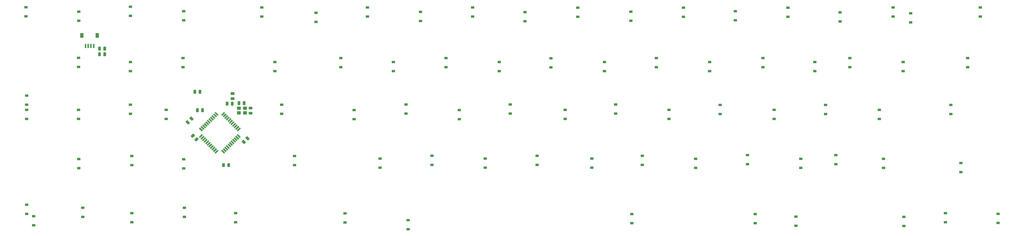
<source format=gbp>
G04 #@! TF.GenerationSoftware,KiCad,Pcbnew,(5.1.4)-1*
G04 #@! TF.CreationDate,2020-10-17T07:59:48-04:00*
G04 #@! TF.ProjectId,southpaw daughter board,736f7574-6870-4617-9720-646175676874,rev?*
G04 #@! TF.SameCoordinates,Original*
G04 #@! TF.FileFunction,Paste,Bot*
G04 #@! TF.FilePolarity,Positive*
%FSLAX46Y46*%
G04 Gerber Fmt 4.6, Leading zero omitted, Abs format (unit mm)*
G04 Created by KiCad (PCBNEW (5.1.4)-1) date 2020-10-17 07:59:48*
%MOMM*%
%LPD*%
G04 APERTURE LIST*
%ADD10R,1.200000X1.800000*%
%ADD11R,0.600000X1.550000*%
%ADD12R,1.200000X0.900000*%
%ADD13R,1.400000X1.200000*%
%ADD14C,0.100000*%
%ADD15C,0.975000*%
%ADD16C,0.550000*%
G04 APERTURE END LIST*
D10*
G04 #@! TO.C,J2*
X6825200Y79999000D03*
X1225200Y79999000D03*
D11*
X2525200Y76124000D03*
X3525200Y76124000D03*
X5525200Y76124000D03*
X4525200Y76124000D03*
G04 #@! TD*
D12*
G04 #@! TO.C,D44*
X259842000Y10924000D03*
X259842000Y14224000D03*
G04 #@! TD*
G04 #@! TO.C,D65*
X251968000Y49658000D03*
X251968000Y52958000D03*
G04 #@! TD*
G04 #@! TO.C,D60*
X232461861Y51448214D03*
X232461861Y54748214D03*
G04 #@! TD*
G04 #@! TO.C,D6*
X100000Y85350000D03*
X100000Y88650000D03*
G04 #@! TD*
D13*
G04 #@! TO.C,Y1*
X60332800Y53555000D03*
X58132800Y53555000D03*
X58132800Y51855000D03*
X60332800Y51855000D03*
G04 #@! TD*
D14*
G04 #@! TO.C,R6*
G36*
X52797142Y33591826D02*
G01*
X52820803Y33588316D01*
X52844007Y33582504D01*
X52866529Y33574446D01*
X52888153Y33564218D01*
X52908670Y33551921D01*
X52927883Y33537671D01*
X52945607Y33521607D01*
X52961671Y33503883D01*
X52975921Y33484670D01*
X52988218Y33464153D01*
X52998446Y33442529D01*
X53006504Y33420007D01*
X53012316Y33396803D01*
X53015826Y33373142D01*
X53017000Y33349250D01*
X53017000Y32436750D01*
X53015826Y32412858D01*
X53012316Y32389197D01*
X53006504Y32365993D01*
X52998446Y32343471D01*
X52988218Y32321847D01*
X52975921Y32301330D01*
X52961671Y32282117D01*
X52945607Y32264393D01*
X52927883Y32248329D01*
X52908670Y32234079D01*
X52888153Y32221782D01*
X52866529Y32211554D01*
X52844007Y32203496D01*
X52820803Y32197684D01*
X52797142Y32194174D01*
X52773250Y32193000D01*
X52285750Y32193000D01*
X52261858Y32194174D01*
X52238197Y32197684D01*
X52214993Y32203496D01*
X52192471Y32211554D01*
X52170847Y32221782D01*
X52150330Y32234079D01*
X52131117Y32248329D01*
X52113393Y32264393D01*
X52097329Y32282117D01*
X52083079Y32301330D01*
X52070782Y32321847D01*
X52060554Y32343471D01*
X52052496Y32365993D01*
X52046684Y32389197D01*
X52043174Y32412858D01*
X52042000Y32436750D01*
X52042000Y33349250D01*
X52043174Y33373142D01*
X52046684Y33396803D01*
X52052496Y33420007D01*
X52060554Y33442529D01*
X52070782Y33464153D01*
X52083079Y33484670D01*
X52097329Y33503883D01*
X52113393Y33521607D01*
X52131117Y33537671D01*
X52150330Y33551921D01*
X52170847Y33564218D01*
X52192471Y33574446D01*
X52214993Y33582504D01*
X52238197Y33588316D01*
X52261858Y33591826D01*
X52285750Y33593000D01*
X52773250Y33593000D01*
X52797142Y33591826D01*
X52797142Y33591826D01*
G37*
D15*
X52529500Y32893000D03*
D14*
G36*
X54672142Y33591826D02*
G01*
X54695803Y33588316D01*
X54719007Y33582504D01*
X54741529Y33574446D01*
X54763153Y33564218D01*
X54783670Y33551921D01*
X54802883Y33537671D01*
X54820607Y33521607D01*
X54836671Y33503883D01*
X54850921Y33484670D01*
X54863218Y33464153D01*
X54873446Y33442529D01*
X54881504Y33420007D01*
X54887316Y33396803D01*
X54890826Y33373142D01*
X54892000Y33349250D01*
X54892000Y32436750D01*
X54890826Y32412858D01*
X54887316Y32389197D01*
X54881504Y32365993D01*
X54873446Y32343471D01*
X54863218Y32321847D01*
X54850921Y32301330D01*
X54836671Y32282117D01*
X54820607Y32264393D01*
X54802883Y32248329D01*
X54783670Y32234079D01*
X54763153Y32221782D01*
X54741529Y32211554D01*
X54719007Y32203496D01*
X54695803Y32197684D01*
X54672142Y32194174D01*
X54648250Y32193000D01*
X54160750Y32193000D01*
X54136858Y32194174D01*
X54113197Y32197684D01*
X54089993Y32203496D01*
X54067471Y32211554D01*
X54045847Y32221782D01*
X54025330Y32234079D01*
X54006117Y32248329D01*
X53988393Y32264393D01*
X53972329Y32282117D01*
X53958079Y32301330D01*
X53945782Y32321847D01*
X53935554Y32343471D01*
X53927496Y32365993D01*
X53921684Y32389197D01*
X53918174Y32412858D01*
X53917000Y32436750D01*
X53917000Y33349250D01*
X53918174Y33373142D01*
X53921684Y33396803D01*
X53927496Y33420007D01*
X53935554Y33442529D01*
X53945782Y33464153D01*
X53958079Y33484670D01*
X53972329Y33503883D01*
X53988393Y33521607D01*
X54006117Y33537671D01*
X54025330Y33551921D01*
X54045847Y33564218D01*
X54067471Y33574446D01*
X54089993Y33582504D01*
X54113197Y33588316D01*
X54136858Y33591826D01*
X54160750Y33593000D01*
X54648250Y33593000D01*
X54672142Y33591826D01*
X54672142Y33591826D01*
G37*
D15*
X54404500Y32893000D03*
G04 #@! TD*
D14*
G04 #@! TO.C,R3*
G36*
X7874242Y73850826D02*
G01*
X7897903Y73847316D01*
X7921107Y73841504D01*
X7943629Y73833446D01*
X7965253Y73823218D01*
X7985770Y73810921D01*
X8004983Y73796671D01*
X8022707Y73780607D01*
X8038771Y73762883D01*
X8053021Y73743670D01*
X8065318Y73723153D01*
X8075546Y73701529D01*
X8083604Y73679007D01*
X8089416Y73655803D01*
X8092926Y73632142D01*
X8094100Y73608250D01*
X8094100Y72695750D01*
X8092926Y72671858D01*
X8089416Y72648197D01*
X8083604Y72624993D01*
X8075546Y72602471D01*
X8065318Y72580847D01*
X8053021Y72560330D01*
X8038771Y72541117D01*
X8022707Y72523393D01*
X8004983Y72507329D01*
X7985770Y72493079D01*
X7965253Y72480782D01*
X7943629Y72470554D01*
X7921107Y72462496D01*
X7897903Y72456684D01*
X7874242Y72453174D01*
X7850350Y72452000D01*
X7362850Y72452000D01*
X7338958Y72453174D01*
X7315297Y72456684D01*
X7292093Y72462496D01*
X7269571Y72470554D01*
X7247947Y72480782D01*
X7227430Y72493079D01*
X7208217Y72507329D01*
X7190493Y72523393D01*
X7174429Y72541117D01*
X7160179Y72560330D01*
X7147882Y72580847D01*
X7137654Y72602471D01*
X7129596Y72624993D01*
X7123784Y72648197D01*
X7120274Y72671858D01*
X7119100Y72695750D01*
X7119100Y73608250D01*
X7120274Y73632142D01*
X7123784Y73655803D01*
X7129596Y73679007D01*
X7137654Y73701529D01*
X7147882Y73723153D01*
X7160179Y73743670D01*
X7174429Y73762883D01*
X7190493Y73780607D01*
X7208217Y73796671D01*
X7227430Y73810921D01*
X7247947Y73823218D01*
X7269571Y73833446D01*
X7292093Y73841504D01*
X7315297Y73847316D01*
X7338958Y73850826D01*
X7362850Y73852000D01*
X7850350Y73852000D01*
X7874242Y73850826D01*
X7874242Y73850826D01*
G37*
D15*
X7606600Y73152000D03*
D14*
G36*
X9749242Y73850826D02*
G01*
X9772903Y73847316D01*
X9796107Y73841504D01*
X9818629Y73833446D01*
X9840253Y73823218D01*
X9860770Y73810921D01*
X9879983Y73796671D01*
X9897707Y73780607D01*
X9913771Y73762883D01*
X9928021Y73743670D01*
X9940318Y73723153D01*
X9950546Y73701529D01*
X9958604Y73679007D01*
X9964416Y73655803D01*
X9967926Y73632142D01*
X9969100Y73608250D01*
X9969100Y72695750D01*
X9967926Y72671858D01*
X9964416Y72648197D01*
X9958604Y72624993D01*
X9950546Y72602471D01*
X9940318Y72580847D01*
X9928021Y72560330D01*
X9913771Y72541117D01*
X9897707Y72523393D01*
X9879983Y72507329D01*
X9860770Y72493079D01*
X9840253Y72480782D01*
X9818629Y72470554D01*
X9796107Y72462496D01*
X9772903Y72456684D01*
X9749242Y72453174D01*
X9725350Y72452000D01*
X9237850Y72452000D01*
X9213958Y72453174D01*
X9190297Y72456684D01*
X9167093Y72462496D01*
X9144571Y72470554D01*
X9122947Y72480782D01*
X9102430Y72493079D01*
X9083217Y72507329D01*
X9065493Y72523393D01*
X9049429Y72541117D01*
X9035179Y72560330D01*
X9022882Y72580847D01*
X9012654Y72602471D01*
X9004596Y72624993D01*
X8998784Y72648197D01*
X8995274Y72671858D01*
X8994100Y72695750D01*
X8994100Y73608250D01*
X8995274Y73632142D01*
X8998784Y73655803D01*
X9004596Y73679007D01*
X9012654Y73701529D01*
X9022882Y73723153D01*
X9035179Y73743670D01*
X9049429Y73762883D01*
X9065493Y73780607D01*
X9083217Y73796671D01*
X9102430Y73810921D01*
X9122947Y73823218D01*
X9144571Y73833446D01*
X9167093Y73841504D01*
X9190297Y73847316D01*
X9213958Y73850826D01*
X9237850Y73852000D01*
X9725350Y73852000D01*
X9749242Y73850826D01*
X9749242Y73850826D01*
G37*
D15*
X9481600Y73152000D03*
G04 #@! TD*
D14*
G04 #@! TO.C,R2*
G36*
X7874242Y75908226D02*
G01*
X7897903Y75904716D01*
X7921107Y75898904D01*
X7943629Y75890846D01*
X7965253Y75880618D01*
X7985770Y75868321D01*
X8004983Y75854071D01*
X8022707Y75838007D01*
X8038771Y75820283D01*
X8053021Y75801070D01*
X8065318Y75780553D01*
X8075546Y75758929D01*
X8083604Y75736407D01*
X8089416Y75713203D01*
X8092926Y75689542D01*
X8094100Y75665650D01*
X8094100Y74753150D01*
X8092926Y74729258D01*
X8089416Y74705597D01*
X8083604Y74682393D01*
X8075546Y74659871D01*
X8065318Y74638247D01*
X8053021Y74617730D01*
X8038771Y74598517D01*
X8022707Y74580793D01*
X8004983Y74564729D01*
X7985770Y74550479D01*
X7965253Y74538182D01*
X7943629Y74527954D01*
X7921107Y74519896D01*
X7897903Y74514084D01*
X7874242Y74510574D01*
X7850350Y74509400D01*
X7362850Y74509400D01*
X7338958Y74510574D01*
X7315297Y74514084D01*
X7292093Y74519896D01*
X7269571Y74527954D01*
X7247947Y74538182D01*
X7227430Y74550479D01*
X7208217Y74564729D01*
X7190493Y74580793D01*
X7174429Y74598517D01*
X7160179Y74617730D01*
X7147882Y74638247D01*
X7137654Y74659871D01*
X7129596Y74682393D01*
X7123784Y74705597D01*
X7120274Y74729258D01*
X7119100Y74753150D01*
X7119100Y75665650D01*
X7120274Y75689542D01*
X7123784Y75713203D01*
X7129596Y75736407D01*
X7137654Y75758929D01*
X7147882Y75780553D01*
X7160179Y75801070D01*
X7174429Y75820283D01*
X7190493Y75838007D01*
X7208217Y75854071D01*
X7227430Y75868321D01*
X7247947Y75880618D01*
X7269571Y75890846D01*
X7292093Y75898904D01*
X7315297Y75904716D01*
X7338958Y75908226D01*
X7362850Y75909400D01*
X7850350Y75909400D01*
X7874242Y75908226D01*
X7874242Y75908226D01*
G37*
D15*
X7606600Y75209400D03*
D14*
G36*
X9749242Y75908226D02*
G01*
X9772903Y75904716D01*
X9796107Y75898904D01*
X9818629Y75890846D01*
X9840253Y75880618D01*
X9860770Y75868321D01*
X9879983Y75854071D01*
X9897707Y75838007D01*
X9913771Y75820283D01*
X9928021Y75801070D01*
X9940318Y75780553D01*
X9950546Y75758929D01*
X9958604Y75736407D01*
X9964416Y75713203D01*
X9967926Y75689542D01*
X9969100Y75665650D01*
X9969100Y74753150D01*
X9967926Y74729258D01*
X9964416Y74705597D01*
X9958604Y74682393D01*
X9950546Y74659871D01*
X9940318Y74638247D01*
X9928021Y74617730D01*
X9913771Y74598517D01*
X9897707Y74580793D01*
X9879983Y74564729D01*
X9860770Y74550479D01*
X9840253Y74538182D01*
X9818629Y74527954D01*
X9796107Y74519896D01*
X9772903Y74514084D01*
X9749242Y74510574D01*
X9725350Y74509400D01*
X9237850Y74509400D01*
X9213958Y74510574D01*
X9190297Y74514084D01*
X9167093Y74519896D01*
X9144571Y74527954D01*
X9122947Y74538182D01*
X9102430Y74550479D01*
X9083217Y74564729D01*
X9065493Y74580793D01*
X9049429Y74598517D01*
X9035179Y74617730D01*
X9022882Y74638247D01*
X9012654Y74659871D01*
X9004596Y74682393D01*
X8998784Y74705597D01*
X8995274Y74729258D01*
X8994100Y74753150D01*
X8994100Y75665650D01*
X8995274Y75689542D01*
X8998784Y75713203D01*
X9004596Y75736407D01*
X9012654Y75758929D01*
X9022882Y75780553D01*
X9035179Y75801070D01*
X9049429Y75820283D01*
X9065493Y75838007D01*
X9083217Y75854071D01*
X9102430Y75868321D01*
X9122947Y75880618D01*
X9144571Y75890846D01*
X9167093Y75898904D01*
X9190297Y75904716D01*
X9213958Y75908226D01*
X9237850Y75909400D01*
X9725350Y75909400D01*
X9749242Y75908226D01*
X9749242Y75908226D01*
G37*
D15*
X9481600Y75209400D03*
G04 #@! TD*
D14*
G04 #@! TO.C,R1*
G36*
X56309342Y59384326D02*
G01*
X56333003Y59380816D01*
X56356207Y59375004D01*
X56378729Y59366946D01*
X56400353Y59356718D01*
X56420870Y59344421D01*
X56440083Y59330171D01*
X56457807Y59314107D01*
X56473871Y59296383D01*
X56488121Y59277170D01*
X56500418Y59256653D01*
X56510646Y59235029D01*
X56518704Y59212507D01*
X56524516Y59189303D01*
X56528026Y59165642D01*
X56529200Y59141750D01*
X56529200Y58654250D01*
X56528026Y58630358D01*
X56524516Y58606697D01*
X56518704Y58583493D01*
X56510646Y58560971D01*
X56500418Y58539347D01*
X56488121Y58518830D01*
X56473871Y58499617D01*
X56457807Y58481893D01*
X56440083Y58465829D01*
X56420870Y58451579D01*
X56400353Y58439282D01*
X56378729Y58429054D01*
X56356207Y58420996D01*
X56333003Y58415184D01*
X56309342Y58411674D01*
X56285450Y58410500D01*
X55372950Y58410500D01*
X55349058Y58411674D01*
X55325397Y58415184D01*
X55302193Y58420996D01*
X55279671Y58429054D01*
X55258047Y58439282D01*
X55237530Y58451579D01*
X55218317Y58465829D01*
X55200593Y58481893D01*
X55184529Y58499617D01*
X55170279Y58518830D01*
X55157982Y58539347D01*
X55147754Y58560971D01*
X55139696Y58583493D01*
X55133884Y58606697D01*
X55130374Y58630358D01*
X55129200Y58654250D01*
X55129200Y59141750D01*
X55130374Y59165642D01*
X55133884Y59189303D01*
X55139696Y59212507D01*
X55147754Y59235029D01*
X55157982Y59256653D01*
X55170279Y59277170D01*
X55184529Y59296383D01*
X55200593Y59314107D01*
X55218317Y59330171D01*
X55237530Y59344421D01*
X55258047Y59356718D01*
X55279671Y59366946D01*
X55302193Y59375004D01*
X55325397Y59380816D01*
X55349058Y59384326D01*
X55372950Y59385500D01*
X56285450Y59385500D01*
X56309342Y59384326D01*
X56309342Y59384326D01*
G37*
D15*
X55829200Y58898000D03*
D14*
G36*
X56309342Y57509326D02*
G01*
X56333003Y57505816D01*
X56356207Y57500004D01*
X56378729Y57491946D01*
X56400353Y57481718D01*
X56420870Y57469421D01*
X56440083Y57455171D01*
X56457807Y57439107D01*
X56473871Y57421383D01*
X56488121Y57402170D01*
X56500418Y57381653D01*
X56510646Y57360029D01*
X56518704Y57337507D01*
X56524516Y57314303D01*
X56528026Y57290642D01*
X56529200Y57266750D01*
X56529200Y56779250D01*
X56528026Y56755358D01*
X56524516Y56731697D01*
X56518704Y56708493D01*
X56510646Y56685971D01*
X56500418Y56664347D01*
X56488121Y56643830D01*
X56473871Y56624617D01*
X56457807Y56606893D01*
X56440083Y56590829D01*
X56420870Y56576579D01*
X56400353Y56564282D01*
X56378729Y56554054D01*
X56356207Y56545996D01*
X56333003Y56540184D01*
X56309342Y56536674D01*
X56285450Y56535500D01*
X55372950Y56535500D01*
X55349058Y56536674D01*
X55325397Y56540184D01*
X55302193Y56545996D01*
X55279671Y56554054D01*
X55258047Y56564282D01*
X55237530Y56576579D01*
X55218317Y56590829D01*
X55200593Y56606893D01*
X55184529Y56624617D01*
X55170279Y56643830D01*
X55157982Y56664347D01*
X55147754Y56685971D01*
X55139696Y56708493D01*
X55133884Y56731697D01*
X55130374Y56755358D01*
X55129200Y56779250D01*
X55129200Y57266750D01*
X55130374Y57290642D01*
X55133884Y57314303D01*
X55139696Y57337507D01*
X55147754Y57360029D01*
X55157982Y57381653D01*
X55170279Y57402170D01*
X55184529Y57421383D01*
X55200593Y57439107D01*
X55218317Y57455171D01*
X55237530Y57469421D01*
X55258047Y57481718D01*
X55279671Y57491946D01*
X55302193Y57500004D01*
X55325397Y57505816D01*
X55349058Y57509326D01*
X55372950Y57510500D01*
X56285450Y57510500D01*
X56309342Y57509326D01*
X56309342Y57509326D01*
G37*
D15*
X55829200Y57023000D03*
G04 #@! TD*
D14*
G04 #@! TO.C,C8*
G36*
X61052045Y43373964D02*
G01*
X61075706Y43370454D01*
X61098910Y43364642D01*
X61121432Y43356584D01*
X61143056Y43346356D01*
X61163573Y43334059D01*
X61182786Y43319809D01*
X61200510Y43303745D01*
X61845745Y42658510D01*
X61861809Y42640786D01*
X61876059Y42621573D01*
X61888356Y42601056D01*
X61898584Y42579432D01*
X61906642Y42556910D01*
X61912454Y42533706D01*
X61915964Y42510045D01*
X61917138Y42486153D01*
X61915964Y42462261D01*
X61912454Y42438600D01*
X61906642Y42415396D01*
X61898584Y42392874D01*
X61888356Y42371250D01*
X61876059Y42350733D01*
X61861809Y42331520D01*
X61845745Y42313796D01*
X61501030Y41969081D01*
X61483306Y41953017D01*
X61464093Y41938767D01*
X61443576Y41926470D01*
X61421952Y41916242D01*
X61399430Y41908184D01*
X61376226Y41902372D01*
X61352565Y41898862D01*
X61328673Y41897688D01*
X61304781Y41898862D01*
X61281120Y41902372D01*
X61257916Y41908184D01*
X61235394Y41916242D01*
X61213770Y41926470D01*
X61193253Y41938767D01*
X61174040Y41953017D01*
X61156316Y41969081D01*
X60511081Y42614316D01*
X60495017Y42632040D01*
X60480767Y42651253D01*
X60468470Y42671770D01*
X60458242Y42693394D01*
X60450184Y42715916D01*
X60444372Y42739120D01*
X60440862Y42762781D01*
X60439688Y42786673D01*
X60440862Y42810565D01*
X60444372Y42834226D01*
X60450184Y42857430D01*
X60458242Y42879952D01*
X60468470Y42901576D01*
X60480767Y42922093D01*
X60495017Y42941306D01*
X60511081Y42959030D01*
X60855796Y43303745D01*
X60873520Y43319809D01*
X60892733Y43334059D01*
X60913250Y43346356D01*
X60934874Y43356584D01*
X60957396Y43364642D01*
X60980600Y43370454D01*
X61004261Y43373964D01*
X61028153Y43375138D01*
X61052045Y43373964D01*
X61052045Y43373964D01*
G37*
D15*
X61178413Y42636413D03*
D14*
G36*
X59726219Y42048138D02*
G01*
X59749880Y42044628D01*
X59773084Y42038816D01*
X59795606Y42030758D01*
X59817230Y42020530D01*
X59837747Y42008233D01*
X59856960Y41993983D01*
X59874684Y41977919D01*
X60519919Y41332684D01*
X60535983Y41314960D01*
X60550233Y41295747D01*
X60562530Y41275230D01*
X60572758Y41253606D01*
X60580816Y41231084D01*
X60586628Y41207880D01*
X60590138Y41184219D01*
X60591312Y41160327D01*
X60590138Y41136435D01*
X60586628Y41112774D01*
X60580816Y41089570D01*
X60572758Y41067048D01*
X60562530Y41045424D01*
X60550233Y41024907D01*
X60535983Y41005694D01*
X60519919Y40987970D01*
X60175204Y40643255D01*
X60157480Y40627191D01*
X60138267Y40612941D01*
X60117750Y40600644D01*
X60096126Y40590416D01*
X60073604Y40582358D01*
X60050400Y40576546D01*
X60026739Y40573036D01*
X60002847Y40571862D01*
X59978955Y40573036D01*
X59955294Y40576546D01*
X59932090Y40582358D01*
X59909568Y40590416D01*
X59887944Y40600644D01*
X59867427Y40612941D01*
X59848214Y40627191D01*
X59830490Y40643255D01*
X59185255Y41288490D01*
X59169191Y41306214D01*
X59154941Y41325427D01*
X59142644Y41345944D01*
X59132416Y41367568D01*
X59124358Y41390090D01*
X59118546Y41413294D01*
X59115036Y41436955D01*
X59113862Y41460847D01*
X59115036Y41484739D01*
X59118546Y41508400D01*
X59124358Y41531604D01*
X59132416Y41554126D01*
X59142644Y41575750D01*
X59154941Y41596267D01*
X59169191Y41615480D01*
X59185255Y41633204D01*
X59529970Y41977919D01*
X59547694Y41993983D01*
X59566907Y42008233D01*
X59587424Y42020530D01*
X59609048Y42030758D01*
X59631570Y42038816D01*
X59654774Y42044628D01*
X59678435Y42048138D01*
X59702327Y42049312D01*
X59726219Y42048138D01*
X59726219Y42048138D01*
G37*
D15*
X59852587Y41310587D03*
G04 #@! TD*
D14*
G04 #@! TO.C,C7*
G36*
X45195642Y53530826D02*
G01*
X45219303Y53527316D01*
X45242507Y53521504D01*
X45265029Y53513446D01*
X45286653Y53503218D01*
X45307170Y53490921D01*
X45326383Y53476671D01*
X45344107Y53460607D01*
X45360171Y53442883D01*
X45374421Y53423670D01*
X45386718Y53403153D01*
X45396946Y53381529D01*
X45405004Y53359007D01*
X45410816Y53335803D01*
X45414326Y53312142D01*
X45415500Y53288250D01*
X45415500Y52375750D01*
X45414326Y52351858D01*
X45410816Y52328197D01*
X45405004Y52304993D01*
X45396946Y52282471D01*
X45386718Y52260847D01*
X45374421Y52240330D01*
X45360171Y52221117D01*
X45344107Y52203393D01*
X45326383Y52187329D01*
X45307170Y52173079D01*
X45286653Y52160782D01*
X45265029Y52150554D01*
X45242507Y52142496D01*
X45219303Y52136684D01*
X45195642Y52133174D01*
X45171750Y52132000D01*
X44684250Y52132000D01*
X44660358Y52133174D01*
X44636697Y52136684D01*
X44613493Y52142496D01*
X44590971Y52150554D01*
X44569347Y52160782D01*
X44548830Y52173079D01*
X44529617Y52187329D01*
X44511893Y52203393D01*
X44495829Y52221117D01*
X44481579Y52240330D01*
X44469282Y52260847D01*
X44459054Y52282471D01*
X44450996Y52304993D01*
X44445184Y52328197D01*
X44441674Y52351858D01*
X44440500Y52375750D01*
X44440500Y53288250D01*
X44441674Y53312142D01*
X44445184Y53335803D01*
X44450996Y53359007D01*
X44459054Y53381529D01*
X44469282Y53403153D01*
X44481579Y53423670D01*
X44495829Y53442883D01*
X44511893Y53460607D01*
X44529617Y53476671D01*
X44548830Y53490921D01*
X44569347Y53503218D01*
X44590971Y53513446D01*
X44613493Y53521504D01*
X44636697Y53527316D01*
X44660358Y53530826D01*
X44684250Y53532000D01*
X45171750Y53532000D01*
X45195642Y53530826D01*
X45195642Y53530826D01*
G37*
D15*
X44928000Y52832000D03*
D14*
G36*
X43320642Y53530826D02*
G01*
X43344303Y53527316D01*
X43367507Y53521504D01*
X43390029Y53513446D01*
X43411653Y53503218D01*
X43432170Y53490921D01*
X43451383Y53476671D01*
X43469107Y53460607D01*
X43485171Y53442883D01*
X43499421Y53423670D01*
X43511718Y53403153D01*
X43521946Y53381529D01*
X43530004Y53359007D01*
X43535816Y53335803D01*
X43539326Y53312142D01*
X43540500Y53288250D01*
X43540500Y52375750D01*
X43539326Y52351858D01*
X43535816Y52328197D01*
X43530004Y52304993D01*
X43521946Y52282471D01*
X43511718Y52260847D01*
X43499421Y52240330D01*
X43485171Y52221117D01*
X43469107Y52203393D01*
X43451383Y52187329D01*
X43432170Y52173079D01*
X43411653Y52160782D01*
X43390029Y52150554D01*
X43367507Y52142496D01*
X43344303Y52136684D01*
X43320642Y52133174D01*
X43296750Y52132000D01*
X42809250Y52132000D01*
X42785358Y52133174D01*
X42761697Y52136684D01*
X42738493Y52142496D01*
X42715971Y52150554D01*
X42694347Y52160782D01*
X42673830Y52173079D01*
X42654617Y52187329D01*
X42636893Y52203393D01*
X42620829Y52221117D01*
X42606579Y52240330D01*
X42594282Y52260847D01*
X42584054Y52282471D01*
X42575996Y52304993D01*
X42570184Y52328197D01*
X42566674Y52351858D01*
X42565500Y52375750D01*
X42565500Y53288250D01*
X42566674Y53312142D01*
X42570184Y53335803D01*
X42575996Y53359007D01*
X42584054Y53381529D01*
X42594282Y53403153D01*
X42606579Y53423670D01*
X42620829Y53442883D01*
X42636893Y53460607D01*
X42654617Y53476671D01*
X42673830Y53490921D01*
X42694347Y53503218D01*
X42715971Y53513446D01*
X42738493Y53521504D01*
X42761697Y53527316D01*
X42785358Y53530826D01*
X42809250Y53532000D01*
X43296750Y53532000D01*
X43320642Y53530826D01*
X43320642Y53530826D01*
G37*
D15*
X43053000Y52832000D03*
G04 #@! TD*
D14*
G04 #@! TO.C,C6*
G36*
X44286055Y60226239D02*
G01*
X44309716Y60222729D01*
X44332920Y60216917D01*
X44355442Y60208859D01*
X44377066Y60198631D01*
X44397583Y60186334D01*
X44416796Y60172084D01*
X44434520Y60156020D01*
X44450584Y60138296D01*
X44464834Y60119083D01*
X44477131Y60098566D01*
X44487359Y60076942D01*
X44495417Y60054420D01*
X44501229Y60031216D01*
X44504739Y60007555D01*
X44505913Y59983663D01*
X44505913Y59071163D01*
X44504739Y59047271D01*
X44501229Y59023610D01*
X44495417Y59000406D01*
X44487359Y58977884D01*
X44477131Y58956260D01*
X44464834Y58935743D01*
X44450584Y58916530D01*
X44434520Y58898806D01*
X44416796Y58882742D01*
X44397583Y58868492D01*
X44377066Y58856195D01*
X44355442Y58845967D01*
X44332920Y58837909D01*
X44309716Y58832097D01*
X44286055Y58828587D01*
X44262163Y58827413D01*
X43774663Y58827413D01*
X43750771Y58828587D01*
X43727110Y58832097D01*
X43703906Y58837909D01*
X43681384Y58845967D01*
X43659760Y58856195D01*
X43639243Y58868492D01*
X43620030Y58882742D01*
X43602306Y58898806D01*
X43586242Y58916530D01*
X43571992Y58935743D01*
X43559695Y58956260D01*
X43549467Y58977884D01*
X43541409Y59000406D01*
X43535597Y59023610D01*
X43532087Y59047271D01*
X43530913Y59071163D01*
X43530913Y59983663D01*
X43532087Y60007555D01*
X43535597Y60031216D01*
X43541409Y60054420D01*
X43549467Y60076942D01*
X43559695Y60098566D01*
X43571992Y60119083D01*
X43586242Y60138296D01*
X43602306Y60156020D01*
X43620030Y60172084D01*
X43639243Y60186334D01*
X43659760Y60198631D01*
X43681384Y60208859D01*
X43703906Y60216917D01*
X43727110Y60222729D01*
X43750771Y60226239D01*
X43774663Y60227413D01*
X44262163Y60227413D01*
X44286055Y60226239D01*
X44286055Y60226239D01*
G37*
D15*
X44018413Y59527413D03*
D14*
G36*
X42411055Y60226239D02*
G01*
X42434716Y60222729D01*
X42457920Y60216917D01*
X42480442Y60208859D01*
X42502066Y60198631D01*
X42522583Y60186334D01*
X42541796Y60172084D01*
X42559520Y60156020D01*
X42575584Y60138296D01*
X42589834Y60119083D01*
X42602131Y60098566D01*
X42612359Y60076942D01*
X42620417Y60054420D01*
X42626229Y60031216D01*
X42629739Y60007555D01*
X42630913Y59983663D01*
X42630913Y59071163D01*
X42629739Y59047271D01*
X42626229Y59023610D01*
X42620417Y59000406D01*
X42612359Y58977884D01*
X42602131Y58956260D01*
X42589834Y58935743D01*
X42575584Y58916530D01*
X42559520Y58898806D01*
X42541796Y58882742D01*
X42522583Y58868492D01*
X42502066Y58856195D01*
X42480442Y58845967D01*
X42457920Y58837909D01*
X42434716Y58832097D01*
X42411055Y58828587D01*
X42387163Y58827413D01*
X41899663Y58827413D01*
X41875771Y58828587D01*
X41852110Y58832097D01*
X41828906Y58837909D01*
X41806384Y58845967D01*
X41784760Y58856195D01*
X41764243Y58868492D01*
X41745030Y58882742D01*
X41727306Y58898806D01*
X41711242Y58916530D01*
X41696992Y58935743D01*
X41684695Y58956260D01*
X41674467Y58977884D01*
X41666409Y59000406D01*
X41660597Y59023610D01*
X41657087Y59047271D01*
X41655913Y59071163D01*
X41655913Y59983663D01*
X41657087Y60007555D01*
X41660597Y60031216D01*
X41666409Y60054420D01*
X41674467Y60076942D01*
X41684695Y60098566D01*
X41696992Y60119083D01*
X41711242Y60138296D01*
X41727306Y60156020D01*
X41745030Y60172084D01*
X41764243Y60186334D01*
X41784760Y60198631D01*
X41806384Y60208859D01*
X41828906Y60216917D01*
X41852110Y60222729D01*
X41875771Y60226239D01*
X41899663Y60227413D01*
X42387163Y60227413D01*
X42411055Y60226239D01*
X42411055Y60226239D01*
G37*
D15*
X42143413Y59527413D03*
G04 #@! TD*
D14*
G04 #@! TO.C,C5*
G36*
X58387442Y56096226D02*
G01*
X58411103Y56092716D01*
X58434307Y56086904D01*
X58456829Y56078846D01*
X58478453Y56068618D01*
X58498970Y56056321D01*
X58518183Y56042071D01*
X58535907Y56026007D01*
X58551971Y56008283D01*
X58566221Y55989070D01*
X58578518Y55968553D01*
X58588746Y55946929D01*
X58596804Y55924407D01*
X58602616Y55901203D01*
X58606126Y55877542D01*
X58607300Y55853650D01*
X58607300Y54941150D01*
X58606126Y54917258D01*
X58602616Y54893597D01*
X58596804Y54870393D01*
X58588746Y54847871D01*
X58578518Y54826247D01*
X58566221Y54805730D01*
X58551971Y54786517D01*
X58535907Y54768793D01*
X58518183Y54752729D01*
X58498970Y54738479D01*
X58478453Y54726182D01*
X58456829Y54715954D01*
X58434307Y54707896D01*
X58411103Y54702084D01*
X58387442Y54698574D01*
X58363550Y54697400D01*
X57876050Y54697400D01*
X57852158Y54698574D01*
X57828497Y54702084D01*
X57805293Y54707896D01*
X57782771Y54715954D01*
X57761147Y54726182D01*
X57740630Y54738479D01*
X57721417Y54752729D01*
X57703693Y54768793D01*
X57687629Y54786517D01*
X57673379Y54805730D01*
X57661082Y54826247D01*
X57650854Y54847871D01*
X57642796Y54870393D01*
X57636984Y54893597D01*
X57633474Y54917258D01*
X57632300Y54941150D01*
X57632300Y55853650D01*
X57633474Y55877542D01*
X57636984Y55901203D01*
X57642796Y55924407D01*
X57650854Y55946929D01*
X57661082Y55968553D01*
X57673379Y55989070D01*
X57687629Y56008283D01*
X57703693Y56026007D01*
X57721417Y56042071D01*
X57740630Y56056321D01*
X57761147Y56068618D01*
X57782771Y56078846D01*
X57805293Y56086904D01*
X57828497Y56092716D01*
X57852158Y56096226D01*
X57876050Y56097400D01*
X58363550Y56097400D01*
X58387442Y56096226D01*
X58387442Y56096226D01*
G37*
D15*
X58119800Y55397400D03*
D14*
G36*
X60262442Y56096226D02*
G01*
X60286103Y56092716D01*
X60309307Y56086904D01*
X60331829Y56078846D01*
X60353453Y56068618D01*
X60373970Y56056321D01*
X60393183Y56042071D01*
X60410907Y56026007D01*
X60426971Y56008283D01*
X60441221Y55989070D01*
X60453518Y55968553D01*
X60463746Y55946929D01*
X60471804Y55924407D01*
X60477616Y55901203D01*
X60481126Y55877542D01*
X60482300Y55853650D01*
X60482300Y54941150D01*
X60481126Y54917258D01*
X60477616Y54893597D01*
X60471804Y54870393D01*
X60463746Y54847871D01*
X60453518Y54826247D01*
X60441221Y54805730D01*
X60426971Y54786517D01*
X60410907Y54768793D01*
X60393183Y54752729D01*
X60373970Y54738479D01*
X60353453Y54726182D01*
X60331829Y54715954D01*
X60309307Y54707896D01*
X60286103Y54702084D01*
X60262442Y54698574D01*
X60238550Y54697400D01*
X59751050Y54697400D01*
X59727158Y54698574D01*
X59703497Y54702084D01*
X59680293Y54707896D01*
X59657771Y54715954D01*
X59636147Y54726182D01*
X59615630Y54738479D01*
X59596417Y54752729D01*
X59578693Y54768793D01*
X59562629Y54786517D01*
X59548379Y54805730D01*
X59536082Y54826247D01*
X59525854Y54847871D01*
X59517796Y54870393D01*
X59511984Y54893597D01*
X59508474Y54917258D01*
X59507300Y54941150D01*
X59507300Y55853650D01*
X59508474Y55877542D01*
X59511984Y55901203D01*
X59517796Y55924407D01*
X59525854Y55946929D01*
X59536082Y55968553D01*
X59548379Y55989070D01*
X59562629Y56008283D01*
X59578693Y56026007D01*
X59596417Y56042071D01*
X59615630Y56056321D01*
X59636147Y56068618D01*
X59657771Y56078846D01*
X59680293Y56086904D01*
X59703497Y56092716D01*
X59727158Y56096226D01*
X59751050Y56097400D01*
X60238550Y56097400D01*
X60262442Y56096226D01*
X60262442Y56096226D01*
G37*
D15*
X59994800Y55397400D03*
G04 #@! TD*
D14*
G04 #@! TO.C,C4*
G36*
X62811742Y52230726D02*
G01*
X62835403Y52227216D01*
X62858607Y52221404D01*
X62881129Y52213346D01*
X62902753Y52203118D01*
X62923270Y52190821D01*
X62942483Y52176571D01*
X62960207Y52160507D01*
X62976271Y52142783D01*
X62990521Y52123570D01*
X63002818Y52103053D01*
X63013046Y52081429D01*
X63021104Y52058907D01*
X63026916Y52035703D01*
X63030426Y52012042D01*
X63031600Y51988150D01*
X63031600Y51500650D01*
X63030426Y51476758D01*
X63026916Y51453097D01*
X63021104Y51429893D01*
X63013046Y51407371D01*
X63002818Y51385747D01*
X62990521Y51365230D01*
X62976271Y51346017D01*
X62960207Y51328293D01*
X62942483Y51312229D01*
X62923270Y51297979D01*
X62902753Y51285682D01*
X62881129Y51275454D01*
X62858607Y51267396D01*
X62835403Y51261584D01*
X62811742Y51258074D01*
X62787850Y51256900D01*
X61875350Y51256900D01*
X61851458Y51258074D01*
X61827797Y51261584D01*
X61804593Y51267396D01*
X61782071Y51275454D01*
X61760447Y51285682D01*
X61739930Y51297979D01*
X61720717Y51312229D01*
X61702993Y51328293D01*
X61686929Y51346017D01*
X61672679Y51365230D01*
X61660382Y51385747D01*
X61650154Y51407371D01*
X61642096Y51429893D01*
X61636284Y51453097D01*
X61632774Y51476758D01*
X61631600Y51500650D01*
X61631600Y51988150D01*
X61632774Y52012042D01*
X61636284Y52035703D01*
X61642096Y52058907D01*
X61650154Y52081429D01*
X61660382Y52103053D01*
X61672679Y52123570D01*
X61686929Y52142783D01*
X61702993Y52160507D01*
X61720717Y52176571D01*
X61739930Y52190821D01*
X61760447Y52203118D01*
X61782071Y52213346D01*
X61804593Y52221404D01*
X61827797Y52227216D01*
X61851458Y52230726D01*
X61875350Y52231900D01*
X62787850Y52231900D01*
X62811742Y52230726D01*
X62811742Y52230726D01*
G37*
D15*
X62331600Y51744400D03*
D14*
G36*
X62811742Y54105726D02*
G01*
X62835403Y54102216D01*
X62858607Y54096404D01*
X62881129Y54088346D01*
X62902753Y54078118D01*
X62923270Y54065821D01*
X62942483Y54051571D01*
X62960207Y54035507D01*
X62976271Y54017783D01*
X62990521Y53998570D01*
X63002818Y53978053D01*
X63013046Y53956429D01*
X63021104Y53933907D01*
X63026916Y53910703D01*
X63030426Y53887042D01*
X63031600Y53863150D01*
X63031600Y53375650D01*
X63030426Y53351758D01*
X63026916Y53328097D01*
X63021104Y53304893D01*
X63013046Y53282371D01*
X63002818Y53260747D01*
X62990521Y53240230D01*
X62976271Y53221017D01*
X62960207Y53203293D01*
X62942483Y53187229D01*
X62923270Y53172979D01*
X62902753Y53160682D01*
X62881129Y53150454D01*
X62858607Y53142396D01*
X62835403Y53136584D01*
X62811742Y53133074D01*
X62787850Y53131900D01*
X61875350Y53131900D01*
X61851458Y53133074D01*
X61827797Y53136584D01*
X61804593Y53142396D01*
X61782071Y53150454D01*
X61760447Y53160682D01*
X61739930Y53172979D01*
X61720717Y53187229D01*
X61702993Y53203293D01*
X61686929Y53221017D01*
X61672679Y53240230D01*
X61660382Y53260747D01*
X61650154Y53282371D01*
X61642096Y53304893D01*
X61636284Y53328097D01*
X61632774Y53351758D01*
X61631600Y53375650D01*
X61631600Y53863150D01*
X61632774Y53887042D01*
X61636284Y53910703D01*
X61642096Y53933907D01*
X61650154Y53956429D01*
X61660382Y53978053D01*
X61672679Y53998570D01*
X61686929Y54017783D01*
X61702993Y54035507D01*
X61720717Y54051571D01*
X61739930Y54065821D01*
X61760447Y54078118D01*
X61782071Y54088346D01*
X61804593Y54096404D01*
X61827797Y54102216D01*
X61851458Y54105726D01*
X61875350Y54106900D01*
X62787850Y54106900D01*
X62811742Y54105726D01*
X62811742Y54105726D01*
G37*
D15*
X62331600Y53619400D03*
G04 #@! TD*
D14*
G04 #@! TO.C,C3*
G36*
X54092542Y55918426D02*
G01*
X54116203Y55914916D01*
X54139407Y55909104D01*
X54161929Y55901046D01*
X54183553Y55890818D01*
X54204070Y55878521D01*
X54223283Y55864271D01*
X54241007Y55848207D01*
X54257071Y55830483D01*
X54271321Y55811270D01*
X54283618Y55790753D01*
X54293846Y55769129D01*
X54301904Y55746607D01*
X54307716Y55723403D01*
X54311226Y55699742D01*
X54312400Y55675850D01*
X54312400Y54763350D01*
X54311226Y54739458D01*
X54307716Y54715797D01*
X54301904Y54692593D01*
X54293846Y54670071D01*
X54283618Y54648447D01*
X54271321Y54627930D01*
X54257071Y54608717D01*
X54241007Y54590993D01*
X54223283Y54574929D01*
X54204070Y54560679D01*
X54183553Y54548382D01*
X54161929Y54538154D01*
X54139407Y54530096D01*
X54116203Y54524284D01*
X54092542Y54520774D01*
X54068650Y54519600D01*
X53581150Y54519600D01*
X53557258Y54520774D01*
X53533597Y54524284D01*
X53510393Y54530096D01*
X53487871Y54538154D01*
X53466247Y54548382D01*
X53445730Y54560679D01*
X53426517Y54574929D01*
X53408793Y54590993D01*
X53392729Y54608717D01*
X53378479Y54627930D01*
X53366182Y54648447D01*
X53355954Y54670071D01*
X53347896Y54692593D01*
X53342084Y54715797D01*
X53338574Y54739458D01*
X53337400Y54763350D01*
X53337400Y55675850D01*
X53338574Y55699742D01*
X53342084Y55723403D01*
X53347896Y55746607D01*
X53355954Y55769129D01*
X53366182Y55790753D01*
X53378479Y55811270D01*
X53392729Y55830483D01*
X53408793Y55848207D01*
X53426517Y55864271D01*
X53445730Y55878521D01*
X53466247Y55890818D01*
X53487871Y55901046D01*
X53510393Y55909104D01*
X53533597Y55914916D01*
X53557258Y55918426D01*
X53581150Y55919600D01*
X54068650Y55919600D01*
X54092542Y55918426D01*
X54092542Y55918426D01*
G37*
D15*
X53824900Y55219600D03*
D14*
G36*
X55967542Y55918426D02*
G01*
X55991203Y55914916D01*
X56014407Y55909104D01*
X56036929Y55901046D01*
X56058553Y55890818D01*
X56079070Y55878521D01*
X56098283Y55864271D01*
X56116007Y55848207D01*
X56132071Y55830483D01*
X56146321Y55811270D01*
X56158618Y55790753D01*
X56168846Y55769129D01*
X56176904Y55746607D01*
X56182716Y55723403D01*
X56186226Y55699742D01*
X56187400Y55675850D01*
X56187400Y54763350D01*
X56186226Y54739458D01*
X56182716Y54715797D01*
X56176904Y54692593D01*
X56168846Y54670071D01*
X56158618Y54648447D01*
X56146321Y54627930D01*
X56132071Y54608717D01*
X56116007Y54590993D01*
X56098283Y54574929D01*
X56079070Y54560679D01*
X56058553Y54548382D01*
X56036929Y54538154D01*
X56014407Y54530096D01*
X55991203Y54524284D01*
X55967542Y54520774D01*
X55943650Y54519600D01*
X55456150Y54519600D01*
X55432258Y54520774D01*
X55408597Y54524284D01*
X55385393Y54530096D01*
X55362871Y54538154D01*
X55341247Y54548382D01*
X55320730Y54560679D01*
X55301517Y54574929D01*
X55283793Y54590993D01*
X55267729Y54608717D01*
X55253479Y54627930D01*
X55241182Y54648447D01*
X55230954Y54670071D01*
X55222896Y54692593D01*
X55217084Y54715797D01*
X55213574Y54739458D01*
X55212400Y54763350D01*
X55212400Y55675850D01*
X55213574Y55699742D01*
X55217084Y55723403D01*
X55222896Y55746607D01*
X55230954Y55769129D01*
X55241182Y55790753D01*
X55253479Y55811270D01*
X55267729Y55830483D01*
X55283793Y55848207D01*
X55301517Y55864271D01*
X55320730Y55878521D01*
X55341247Y55890818D01*
X55362871Y55901046D01*
X55385393Y55909104D01*
X55408597Y55914916D01*
X55432258Y55918426D01*
X55456150Y55919600D01*
X55943650Y55919600D01*
X55967542Y55918426D01*
X55967542Y55918426D01*
G37*
D15*
X55699900Y55219600D03*
G04 #@! TD*
D14*
G04 #@! TO.C,C2*
G36*
X41611739Y44326464D02*
G01*
X41635400Y44322954D01*
X41658604Y44317142D01*
X41681126Y44309084D01*
X41702750Y44298856D01*
X41723267Y44286559D01*
X41742480Y44272309D01*
X41760204Y44256245D01*
X42104919Y43911530D01*
X42120983Y43893806D01*
X42135233Y43874593D01*
X42147530Y43854076D01*
X42157758Y43832452D01*
X42165816Y43809930D01*
X42171628Y43786726D01*
X42175138Y43763065D01*
X42176312Y43739173D01*
X42175138Y43715281D01*
X42171628Y43691620D01*
X42165816Y43668416D01*
X42157758Y43645894D01*
X42147530Y43624270D01*
X42135233Y43603753D01*
X42120983Y43584540D01*
X42104919Y43566816D01*
X41459684Y42921581D01*
X41441960Y42905517D01*
X41422747Y42891267D01*
X41402230Y42878970D01*
X41380606Y42868742D01*
X41358084Y42860684D01*
X41334880Y42854872D01*
X41311219Y42851362D01*
X41287327Y42850188D01*
X41263435Y42851362D01*
X41239774Y42854872D01*
X41216570Y42860684D01*
X41194048Y42868742D01*
X41172424Y42878970D01*
X41151907Y42891267D01*
X41132694Y42905517D01*
X41114970Y42921581D01*
X40770255Y43266296D01*
X40754191Y43284020D01*
X40739941Y43303233D01*
X40727644Y43323750D01*
X40717416Y43345374D01*
X40709358Y43367896D01*
X40703546Y43391100D01*
X40700036Y43414761D01*
X40698862Y43438653D01*
X40700036Y43462545D01*
X40703546Y43486206D01*
X40709358Y43509410D01*
X40717416Y43531932D01*
X40727644Y43553556D01*
X40739941Y43574073D01*
X40754191Y43593286D01*
X40770255Y43611010D01*
X41415490Y44256245D01*
X41433214Y44272309D01*
X41452427Y44286559D01*
X41472944Y44298856D01*
X41494568Y44309084D01*
X41517090Y44317142D01*
X41540294Y44322954D01*
X41563955Y44326464D01*
X41587847Y44327638D01*
X41611739Y44326464D01*
X41611739Y44326464D01*
G37*
D15*
X41437587Y43588913D03*
D14*
G36*
X42937565Y43000638D02*
G01*
X42961226Y42997128D01*
X42984430Y42991316D01*
X43006952Y42983258D01*
X43028576Y42973030D01*
X43049093Y42960733D01*
X43068306Y42946483D01*
X43086030Y42930419D01*
X43430745Y42585704D01*
X43446809Y42567980D01*
X43461059Y42548767D01*
X43473356Y42528250D01*
X43483584Y42506626D01*
X43491642Y42484104D01*
X43497454Y42460900D01*
X43500964Y42437239D01*
X43502138Y42413347D01*
X43500964Y42389455D01*
X43497454Y42365794D01*
X43491642Y42342590D01*
X43483584Y42320068D01*
X43473356Y42298444D01*
X43461059Y42277927D01*
X43446809Y42258714D01*
X43430745Y42240990D01*
X42785510Y41595755D01*
X42767786Y41579691D01*
X42748573Y41565441D01*
X42728056Y41553144D01*
X42706432Y41542916D01*
X42683910Y41534858D01*
X42660706Y41529046D01*
X42637045Y41525536D01*
X42613153Y41524362D01*
X42589261Y41525536D01*
X42565600Y41529046D01*
X42542396Y41534858D01*
X42519874Y41542916D01*
X42498250Y41553144D01*
X42477733Y41565441D01*
X42458520Y41579691D01*
X42440796Y41595755D01*
X42096081Y41940470D01*
X42080017Y41958194D01*
X42065767Y41977407D01*
X42053470Y41997924D01*
X42043242Y42019548D01*
X42035184Y42042070D01*
X42029372Y42065274D01*
X42025862Y42088935D01*
X42024688Y42112827D01*
X42025862Y42136719D01*
X42029372Y42160380D01*
X42035184Y42183584D01*
X42043242Y42206106D01*
X42053470Y42227730D01*
X42065767Y42248247D01*
X42080017Y42267460D01*
X42096081Y42285184D01*
X42741316Y42930419D01*
X42759040Y42946483D01*
X42778253Y42960733D01*
X42798770Y42973030D01*
X42820394Y42983258D01*
X42842916Y42991316D01*
X42866120Y42997128D01*
X42889781Y43000638D01*
X42913673Y43001812D01*
X42937565Y43000638D01*
X42937565Y43000638D01*
G37*
D15*
X42763413Y42263087D03*
G04 #@! TD*
D14*
G04 #@! TO.C,C1*
G36*
X39441806Y49195725D02*
G01*
X39465467Y49192215D01*
X39488671Y49186403D01*
X39511193Y49178345D01*
X39532817Y49168117D01*
X39553334Y49155820D01*
X39572547Y49141570D01*
X39590271Y49125506D01*
X40235506Y48480271D01*
X40251570Y48462547D01*
X40265820Y48443334D01*
X40278117Y48422817D01*
X40288345Y48401193D01*
X40296403Y48378671D01*
X40302215Y48355467D01*
X40305725Y48331806D01*
X40306899Y48307914D01*
X40305725Y48284022D01*
X40302215Y48260361D01*
X40296403Y48237157D01*
X40288345Y48214635D01*
X40278117Y48193011D01*
X40265820Y48172494D01*
X40251570Y48153281D01*
X40235506Y48135557D01*
X39890791Y47790842D01*
X39873067Y47774778D01*
X39853854Y47760528D01*
X39833337Y47748231D01*
X39811713Y47738003D01*
X39789191Y47729945D01*
X39765987Y47724133D01*
X39742326Y47720623D01*
X39718434Y47719449D01*
X39694542Y47720623D01*
X39670881Y47724133D01*
X39647677Y47729945D01*
X39625155Y47738003D01*
X39603531Y47748231D01*
X39583014Y47760528D01*
X39563801Y47774778D01*
X39546077Y47790842D01*
X38900842Y48436077D01*
X38884778Y48453801D01*
X38870528Y48473014D01*
X38858231Y48493531D01*
X38848003Y48515155D01*
X38839945Y48537677D01*
X38834133Y48560881D01*
X38830623Y48584542D01*
X38829449Y48608434D01*
X38830623Y48632326D01*
X38834133Y48655987D01*
X38839945Y48679191D01*
X38848003Y48701713D01*
X38858231Y48723337D01*
X38870528Y48743854D01*
X38884778Y48763067D01*
X38900842Y48780791D01*
X39245557Y49125506D01*
X39263281Y49141570D01*
X39282494Y49155820D01*
X39303011Y49168117D01*
X39324635Y49178345D01*
X39347157Y49186403D01*
X39370361Y49192215D01*
X39394022Y49195725D01*
X39417914Y49196899D01*
X39441806Y49195725D01*
X39441806Y49195725D01*
G37*
D15*
X39568174Y48458174D03*
D14*
G36*
X40767632Y50521551D02*
G01*
X40791293Y50518041D01*
X40814497Y50512229D01*
X40837019Y50504171D01*
X40858643Y50493943D01*
X40879160Y50481646D01*
X40898373Y50467396D01*
X40916097Y50451332D01*
X41561332Y49806097D01*
X41577396Y49788373D01*
X41591646Y49769160D01*
X41603943Y49748643D01*
X41614171Y49727019D01*
X41622229Y49704497D01*
X41628041Y49681293D01*
X41631551Y49657632D01*
X41632725Y49633740D01*
X41631551Y49609848D01*
X41628041Y49586187D01*
X41622229Y49562983D01*
X41614171Y49540461D01*
X41603943Y49518837D01*
X41591646Y49498320D01*
X41577396Y49479107D01*
X41561332Y49461383D01*
X41216617Y49116668D01*
X41198893Y49100604D01*
X41179680Y49086354D01*
X41159163Y49074057D01*
X41137539Y49063829D01*
X41115017Y49055771D01*
X41091813Y49049959D01*
X41068152Y49046449D01*
X41044260Y49045275D01*
X41020368Y49046449D01*
X40996707Y49049959D01*
X40973503Y49055771D01*
X40950981Y49063829D01*
X40929357Y49074057D01*
X40908840Y49086354D01*
X40889627Y49100604D01*
X40871903Y49116668D01*
X40226668Y49761903D01*
X40210604Y49779627D01*
X40196354Y49798840D01*
X40184057Y49819357D01*
X40173829Y49840981D01*
X40165771Y49863503D01*
X40159959Y49886707D01*
X40156449Y49910368D01*
X40155275Y49934260D01*
X40156449Y49958152D01*
X40159959Y49981813D01*
X40165771Y50005017D01*
X40173829Y50027539D01*
X40184057Y50049163D01*
X40196354Y50069680D01*
X40210604Y50088893D01*
X40226668Y50106617D01*
X40571383Y50451332D01*
X40589107Y50467396D01*
X40608320Y50481646D01*
X40628837Y50493943D01*
X40650461Y50504171D01*
X40672983Y50512229D01*
X40696187Y50518041D01*
X40719848Y50521551D01*
X40743740Y50522725D01*
X40767632Y50521551D01*
X40767632Y50521551D01*
G37*
D15*
X40894000Y49784000D03*
G04 #@! TD*
D16*
G04 #@! TO.C,U1*
X44347464Y43451118D03*
D14*
G36*
X44683340Y44175902D02*
G01*
X45072248Y43786994D01*
X44011588Y42726334D01*
X43622680Y43115242D01*
X44683340Y44175902D01*
X44683340Y44175902D01*
G37*
D16*
X44913150Y42885433D03*
D14*
G36*
X45249026Y43610217D02*
G01*
X45637934Y43221309D01*
X44577274Y42160649D01*
X44188366Y42549557D01*
X45249026Y43610217D01*
X45249026Y43610217D01*
G37*
D16*
X45478835Y42319748D03*
D14*
G36*
X45814711Y43044532D02*
G01*
X46203619Y42655624D01*
X45142959Y41594964D01*
X44754051Y41983872D01*
X45814711Y43044532D01*
X45814711Y43044532D01*
G37*
D16*
X46044520Y41754062D03*
D14*
G36*
X46380396Y42478846D02*
G01*
X46769304Y42089938D01*
X45708644Y41029278D01*
X45319736Y41418186D01*
X46380396Y42478846D01*
X46380396Y42478846D01*
G37*
D16*
X46610206Y41188377D03*
D14*
G36*
X46946082Y41913161D02*
G01*
X47334990Y41524253D01*
X46274330Y40463593D01*
X45885422Y40852501D01*
X46946082Y41913161D01*
X46946082Y41913161D01*
G37*
D16*
X47175891Y40622691D03*
D14*
G36*
X47511767Y41347475D02*
G01*
X47900675Y40958567D01*
X46840015Y39897907D01*
X46451107Y40286815D01*
X47511767Y41347475D01*
X47511767Y41347475D01*
G37*
D16*
X47741577Y40057006D03*
D14*
G36*
X48077453Y40781790D02*
G01*
X48466361Y40392882D01*
X47405701Y39332222D01*
X47016793Y39721130D01*
X48077453Y40781790D01*
X48077453Y40781790D01*
G37*
D16*
X48307262Y39491320D03*
D14*
G36*
X48643138Y40216104D02*
G01*
X49032046Y39827196D01*
X47971386Y38766536D01*
X47582478Y39155444D01*
X48643138Y40216104D01*
X48643138Y40216104D01*
G37*
D16*
X48872948Y38925635D03*
D14*
G36*
X49208824Y39650419D02*
G01*
X49597732Y39261511D01*
X48537072Y38200851D01*
X48148164Y38589759D01*
X49208824Y39650419D01*
X49208824Y39650419D01*
G37*
D16*
X49438633Y38359950D03*
D14*
G36*
X49774509Y39084734D02*
G01*
X50163417Y38695826D01*
X49102757Y37635166D01*
X48713849Y38024074D01*
X49774509Y39084734D01*
X49774509Y39084734D01*
G37*
D16*
X50004318Y37794264D03*
D14*
G36*
X50340194Y38519048D02*
G01*
X50729102Y38130140D01*
X49668442Y37069480D01*
X49279534Y37458388D01*
X50340194Y38519048D01*
X50340194Y38519048D01*
G37*
D16*
X52408482Y37794264D03*
D14*
G36*
X51683698Y38130140D02*
G01*
X52072606Y38519048D01*
X53133266Y37458388D01*
X52744358Y37069480D01*
X51683698Y38130140D01*
X51683698Y38130140D01*
G37*
D16*
X52974167Y38359950D03*
D14*
G36*
X52249383Y38695826D02*
G01*
X52638291Y39084734D01*
X53698951Y38024074D01*
X53310043Y37635166D01*
X52249383Y38695826D01*
X52249383Y38695826D01*
G37*
D16*
X53539852Y38925635D03*
D14*
G36*
X52815068Y39261511D02*
G01*
X53203976Y39650419D01*
X54264636Y38589759D01*
X53875728Y38200851D01*
X52815068Y39261511D01*
X52815068Y39261511D01*
G37*
D16*
X54105538Y39491320D03*
D14*
G36*
X53380754Y39827196D02*
G01*
X53769662Y40216104D01*
X54830322Y39155444D01*
X54441414Y38766536D01*
X53380754Y39827196D01*
X53380754Y39827196D01*
G37*
D16*
X54671223Y40057006D03*
D14*
G36*
X53946439Y40392882D02*
G01*
X54335347Y40781790D01*
X55396007Y39721130D01*
X55007099Y39332222D01*
X53946439Y40392882D01*
X53946439Y40392882D01*
G37*
D16*
X55236909Y40622691D03*
D14*
G36*
X54512125Y40958567D02*
G01*
X54901033Y41347475D01*
X55961693Y40286815D01*
X55572785Y39897907D01*
X54512125Y40958567D01*
X54512125Y40958567D01*
G37*
D16*
X55802594Y41188377D03*
D14*
G36*
X55077810Y41524253D02*
G01*
X55466718Y41913161D01*
X56527378Y40852501D01*
X56138470Y40463593D01*
X55077810Y41524253D01*
X55077810Y41524253D01*
G37*
D16*
X56368280Y41754062D03*
D14*
G36*
X55643496Y42089938D02*
G01*
X56032404Y42478846D01*
X57093064Y41418186D01*
X56704156Y41029278D01*
X55643496Y42089938D01*
X55643496Y42089938D01*
G37*
D16*
X56933965Y42319748D03*
D14*
G36*
X56209181Y42655624D02*
G01*
X56598089Y43044532D01*
X57658749Y41983872D01*
X57269841Y41594964D01*
X56209181Y42655624D01*
X56209181Y42655624D01*
G37*
D16*
X57499650Y42885433D03*
D14*
G36*
X56774866Y43221309D02*
G01*
X57163774Y43610217D01*
X58224434Y42549557D01*
X57835526Y42160649D01*
X56774866Y43221309D01*
X56774866Y43221309D01*
G37*
D16*
X58065336Y43451118D03*
D14*
G36*
X57340552Y43786994D02*
G01*
X57729460Y44175902D01*
X58790120Y43115242D01*
X58401212Y42726334D01*
X57340552Y43786994D01*
X57340552Y43786994D01*
G37*
D16*
X58065336Y45855282D03*
D14*
G36*
X58401212Y46580066D02*
G01*
X58790120Y46191158D01*
X57729460Y45130498D01*
X57340552Y45519406D01*
X58401212Y46580066D01*
X58401212Y46580066D01*
G37*
D16*
X57499650Y46420967D03*
D14*
G36*
X57835526Y47145751D02*
G01*
X58224434Y46756843D01*
X57163774Y45696183D01*
X56774866Y46085091D01*
X57835526Y47145751D01*
X57835526Y47145751D01*
G37*
D16*
X56933965Y46986652D03*
D14*
G36*
X57269841Y47711436D02*
G01*
X57658749Y47322528D01*
X56598089Y46261868D01*
X56209181Y46650776D01*
X57269841Y47711436D01*
X57269841Y47711436D01*
G37*
D16*
X56368280Y47552338D03*
D14*
G36*
X56704156Y48277122D02*
G01*
X57093064Y47888214D01*
X56032404Y46827554D01*
X55643496Y47216462D01*
X56704156Y48277122D01*
X56704156Y48277122D01*
G37*
D16*
X55802594Y48118023D03*
D14*
G36*
X56138470Y48842807D02*
G01*
X56527378Y48453899D01*
X55466718Y47393239D01*
X55077810Y47782147D01*
X56138470Y48842807D01*
X56138470Y48842807D01*
G37*
D16*
X55236909Y48683709D03*
D14*
G36*
X55572785Y49408493D02*
G01*
X55961693Y49019585D01*
X54901033Y47958925D01*
X54512125Y48347833D01*
X55572785Y49408493D01*
X55572785Y49408493D01*
G37*
D16*
X54671223Y49249394D03*
D14*
G36*
X55007099Y49974178D02*
G01*
X55396007Y49585270D01*
X54335347Y48524610D01*
X53946439Y48913518D01*
X55007099Y49974178D01*
X55007099Y49974178D01*
G37*
D16*
X54105538Y49815080D03*
D14*
G36*
X54441414Y50539864D02*
G01*
X54830322Y50150956D01*
X53769662Y49090296D01*
X53380754Y49479204D01*
X54441414Y50539864D01*
X54441414Y50539864D01*
G37*
D16*
X53539852Y50380765D03*
D14*
G36*
X53875728Y51105549D02*
G01*
X54264636Y50716641D01*
X53203976Y49655981D01*
X52815068Y50044889D01*
X53875728Y51105549D01*
X53875728Y51105549D01*
G37*
D16*
X52974167Y50946450D03*
D14*
G36*
X53310043Y51671234D02*
G01*
X53698951Y51282326D01*
X52638291Y50221666D01*
X52249383Y50610574D01*
X53310043Y51671234D01*
X53310043Y51671234D01*
G37*
D16*
X52408482Y51512136D03*
D14*
G36*
X52744358Y52236920D02*
G01*
X53133266Y51848012D01*
X52072606Y50787352D01*
X51683698Y51176260D01*
X52744358Y52236920D01*
X52744358Y52236920D01*
G37*
D16*
X50004318Y51512136D03*
D14*
G36*
X49279534Y51848012D02*
G01*
X49668442Y52236920D01*
X50729102Y51176260D01*
X50340194Y50787352D01*
X49279534Y51848012D01*
X49279534Y51848012D01*
G37*
D16*
X49438633Y50946450D03*
D14*
G36*
X48713849Y51282326D02*
G01*
X49102757Y51671234D01*
X50163417Y50610574D01*
X49774509Y50221666D01*
X48713849Y51282326D01*
X48713849Y51282326D01*
G37*
D16*
X48872948Y50380765D03*
D14*
G36*
X48148164Y50716641D02*
G01*
X48537072Y51105549D01*
X49597732Y50044889D01*
X49208824Y49655981D01*
X48148164Y50716641D01*
X48148164Y50716641D01*
G37*
D16*
X48307262Y49815080D03*
D14*
G36*
X47582478Y50150956D02*
G01*
X47971386Y50539864D01*
X49032046Y49479204D01*
X48643138Y49090296D01*
X47582478Y50150956D01*
X47582478Y50150956D01*
G37*
D16*
X47741577Y49249394D03*
D14*
G36*
X47016793Y49585270D02*
G01*
X47405701Y49974178D01*
X48466361Y48913518D01*
X48077453Y48524610D01*
X47016793Y49585270D01*
X47016793Y49585270D01*
G37*
D16*
X47175891Y48683709D03*
D14*
G36*
X46451107Y49019585D02*
G01*
X46840015Y49408493D01*
X47900675Y48347833D01*
X47511767Y47958925D01*
X46451107Y49019585D01*
X46451107Y49019585D01*
G37*
D16*
X46610206Y48118023D03*
D14*
G36*
X45885422Y48453899D02*
G01*
X46274330Y48842807D01*
X47334990Y47782147D01*
X46946082Y47393239D01*
X45885422Y48453899D01*
X45885422Y48453899D01*
G37*
D16*
X46044520Y47552338D03*
D14*
G36*
X45319736Y47888214D02*
G01*
X45708644Y48277122D01*
X46769304Y47216462D01*
X46380396Y46827554D01*
X45319736Y47888214D01*
X45319736Y47888214D01*
G37*
D16*
X45478835Y46986652D03*
D14*
G36*
X44754051Y47322528D02*
G01*
X45142959Y47711436D01*
X46203619Y46650776D01*
X45814711Y46261868D01*
X44754051Y47322528D01*
X44754051Y47322528D01*
G37*
D16*
X44913150Y46420967D03*
D14*
G36*
X44188366Y46756843D02*
G01*
X44577274Y47145751D01*
X45637934Y46085091D01*
X45249026Y45696183D01*
X44188366Y46756843D01*
X44188366Y46756843D01*
G37*
D16*
X44347464Y45855282D03*
D14*
G36*
X43622680Y46191158D02*
G01*
X44011588Y46580066D01*
X45072248Y45519406D01*
X44683340Y45130498D01*
X43622680Y46191158D01*
X43622680Y46191158D01*
G37*
G04 #@! TD*
D12*
G04 #@! TO.C,D88*
X326700000Y86850000D03*
X326700000Y90150000D03*
G04 #@! TD*
G04 #@! TO.C,D87*
X315976000Y51436000D03*
X315976000Y54736000D03*
G04 #@! TD*
G04 #@! TO.C,D86*
X333084946Y11890132D03*
X333084946Y15190132D03*
G04 #@! TD*
G04 #@! TO.C,D85*
X319600000Y30354000D03*
X319600000Y33654000D03*
G04 #@! TD*
G04 #@! TO.C,D84*
X322072000Y68454000D03*
X322072000Y71754000D03*
G04 #@! TD*
G04 #@! TO.C,D83*
X301400000Y84750000D03*
X301400000Y88050000D03*
G04 #@! TD*
G04 #@! TO.C,D82*
X314071000Y12193000D03*
X314071000Y15493000D03*
G04 #@! TD*
G04 #@! TO.C,D78*
X298704000Y67056000D03*
X298704000Y70356000D03*
G04 #@! TD*
G04 #@! TO.C,D77*
X295072321Y86850000D03*
X295072321Y90150000D03*
G04 #@! TD*
G04 #@! TO.C,D76*
X291592000Y31878000D03*
X291592000Y35178000D03*
G04 #@! TD*
G04 #@! TO.C,D75*
X298958000Y10797000D03*
X298958000Y14097000D03*
G04 #@! TD*
G04 #@! TO.C,D74*
X290068000Y49658000D03*
X290068000Y52958000D03*
G04 #@! TD*
G04 #@! TO.C,D73*
X279400000Y68454000D03*
X279400000Y71754000D03*
G04 #@! TD*
G04 #@! TO.C,D72*
X275900000Y85050000D03*
X275900000Y88350000D03*
G04 #@! TD*
G04 #@! TO.C,D71*
X245110000Y11813000D03*
X245110000Y15113000D03*
G04 #@! TD*
G04 #@! TO.C,D70*
X274320000Y33276000D03*
X274320000Y36576000D03*
G04 #@! TD*
G04 #@! TO.C,D69*
X270648335Y51469629D03*
X270648335Y54769629D03*
G04 #@! TD*
G04 #@! TO.C,D68*
X266700000Y67056000D03*
X266700000Y70356000D03*
G04 #@! TD*
G04 #@! TO.C,D67*
X257000000Y86750000D03*
X257000000Y90050000D03*
G04 #@! TD*
G04 #@! TO.C,D66*
X261620000Y31878000D03*
X261620000Y35178000D03*
G04 #@! TD*
G04 #@! TO.C,D64*
X247904000Y68454000D03*
X247904000Y71754000D03*
G04 #@! TD*
G04 #@! TO.C,D63*
X237900000Y85450000D03*
X237900000Y88750000D03*
G04 #@! TD*
G04 #@! TO.C,D61*
X242316000Y33280303D03*
X242316000Y36580303D03*
G04 #@! TD*
G04 #@! TO.C,D59*
X228600000Y67056000D03*
X228600000Y70356000D03*
G04 #@! TD*
G04 #@! TO.C,D58*
X219100000Y86750000D03*
X219100000Y90050000D03*
G04 #@! TD*
G04 #@! TO.C,D57*
X223520000Y31878000D03*
X223520000Y35178000D03*
G04 #@! TD*
G04 #@! TO.C,D56*
X213868000Y49658000D03*
X213868000Y52958000D03*
G04 #@! TD*
G04 #@! TO.C,D55*
X209296000Y68454000D03*
X209296000Y71754000D03*
G04 #@! TD*
G04 #@! TO.C,D54*
X200100000Y85350000D03*
X200100000Y88650000D03*
G04 #@! TD*
G04 #@! TO.C,D53*
X200406000Y11812000D03*
X200406000Y15112000D03*
G04 #@! TD*
G04 #@! TO.C,D52*
X204231923Y33021548D03*
X204231923Y36321548D03*
G04 #@! TD*
G04 #@! TO.C,D51*
X194539062Y51571296D03*
X194539062Y54871296D03*
G04 #@! TD*
G04 #@! TO.C,D50*
X190500000Y67056000D03*
X190500000Y70356000D03*
G04 #@! TD*
G04 #@! TO.C,D49*
X180900000Y86750000D03*
X180900000Y90050000D03*
G04 #@! TD*
G04 #@! TO.C,D48*
X185928000Y32004000D03*
X185928000Y35304000D03*
G04 #@! TD*
G04 #@! TO.C,D47*
X176276000Y49658000D03*
X176276000Y52958000D03*
G04 #@! TD*
G04 #@! TO.C,D46*
X171167682Y68391097D03*
X171167682Y71691097D03*
G04 #@! TD*
G04 #@! TO.C,D45*
X161700000Y85150000D03*
X161700000Y88450000D03*
G04 #@! TD*
G04 #@! TO.C,D43*
X166116000Y33020000D03*
X166116000Y36320000D03*
G04 #@! TD*
G04 #@! TO.C,D42*
X156407152Y51580050D03*
X156407152Y54880050D03*
G04 #@! TD*
G04 #@! TO.C,D41*
X152400000Y67056000D03*
X152400000Y70356000D03*
G04 #@! TD*
G04 #@! TO.C,D40*
X142800000Y86850000D03*
X142800000Y90150000D03*
G04 #@! TD*
G04 #@! TO.C,D39*
X147320000Y32004000D03*
X147320000Y35304000D03*
G04 #@! TD*
G04 #@! TO.C,D38*
X137956227Y49618600D03*
X137956227Y52918600D03*
G04 #@! TD*
G04 #@! TO.C,D37*
X133096000Y68454000D03*
X133096000Y71754000D03*
G04 #@! TD*
G04 #@! TO.C,D36*
X123900000Y85250000D03*
X123900000Y88550000D03*
G04 #@! TD*
G04 #@! TO.C,D35*
X119380000Y9652000D03*
X119380000Y12952000D03*
G04 #@! TD*
G04 #@! TO.C,D34*
X128016000Y33020000D03*
X128016000Y36320000D03*
G04 #@! TD*
G04 #@! TO.C,D33*
X118650577Y51605173D03*
X118650577Y54905173D03*
G04 #@! TD*
G04 #@! TO.C,D32*
X114094404Y67039064D03*
X114094404Y70339064D03*
G04 #@! TD*
G04 #@! TO.C,D31*
X104666244Y86850000D03*
X104666244Y90150000D03*
G04 #@! TD*
G04 #@! TO.C,D30*
X96520000Y12066000D03*
X96520000Y15366000D03*
G04 #@! TD*
G04 #@! TO.C,D29*
X109220000Y32004000D03*
X109220000Y35304000D03*
G04 #@! TD*
G04 #@! TO.C,D28*
X99800714Y49610479D03*
X99800714Y52910479D03*
G04 #@! TD*
G04 #@! TO.C,D27*
X94996000Y68454000D03*
X94996000Y71754000D03*
G04 #@! TD*
G04 #@! TO.C,D26*
X86000000Y84850000D03*
X86000000Y88150000D03*
G04 #@! TD*
G04 #@! TO.C,D25*
X56896000Y12192000D03*
X56896000Y15492000D03*
G04 #@! TD*
G04 #@! TO.C,D24*
X78212251Y32938443D03*
X78212251Y36238443D03*
G04 #@! TD*
G04 #@! TO.C,D23*
X73622053Y51499894D03*
X73622053Y54799894D03*
G04 #@! TD*
G04 #@! TO.C,D22*
X71120000Y67056000D03*
X71120000Y70356000D03*
G04 #@! TD*
G04 #@! TO.C,D21*
X66400000Y86850000D03*
X66400000Y90150000D03*
G04 #@! TD*
G04 #@! TO.C,D20*
X1536000Y14098000D03*
X1536000Y17398000D03*
G04 #@! TD*
G04 #@! TO.C,D19*
X38112000Y31752000D03*
X38112000Y35052000D03*
G04 #@! TD*
G04 #@! TO.C,D18*
X31800000Y49700000D03*
X31800000Y53000000D03*
G04 #@! TD*
G04 #@! TO.C,D17*
X37846111Y68431002D03*
X37846111Y71731002D03*
G04 #@! TD*
G04 #@! TO.C,D16*
X38112000Y85450000D03*
X38112000Y88750000D03*
G04 #@! TD*
G04 #@! TO.C,D15*
X19300310Y12176862D03*
X19300310Y15476862D03*
G04 #@! TD*
G04 #@! TO.C,D14*
X19316000Y32894000D03*
X19316000Y36194000D03*
G04 #@! TD*
G04 #@! TO.C,D13*
X18808000Y51564000D03*
X18808000Y54864000D03*
G04 #@! TD*
G04 #@! TO.C,D12*
X18808000Y67056000D03*
X18808000Y70356000D03*
G04 #@! TD*
G04 #@! TO.C,D11*
X18792360Y87050000D03*
X18792360Y90350000D03*
G04 #@! TD*
G04 #@! TO.C,D10*
X38366000Y14098000D03*
X38366000Y17398000D03*
G04 #@! TD*
G04 #@! TO.C,D9*
X115775Y31793471D03*
X115775Y35093471D03*
G04 #@! TD*
G04 #@! TO.C,D8*
X12000Y49658000D03*
X12000Y52958000D03*
G04 #@! TD*
G04 #@! TO.C,D7*
X12000Y68580000D03*
X12000Y71880000D03*
G04 #@! TD*
G04 #@! TO.C,D5*
X-18784000Y18540000D03*
X-18784000Y15240000D03*
G04 #@! TD*
G04 #@! TO.C,D4*
X-16244000Y11050000D03*
X-16244000Y14350000D03*
G04 #@! TD*
G04 #@! TO.C,D3*
X-18784000Y58164000D03*
X-18784000Y54864000D03*
G04 #@! TD*
G04 #@! TO.C,D2*
X-18784000Y49658000D03*
X-18784000Y52958000D03*
G04 #@! TD*
G04 #@! TO.C,D1*
X-19000000Y86950000D03*
X-19000000Y90250000D03*
G04 #@! TD*
M02*

</source>
